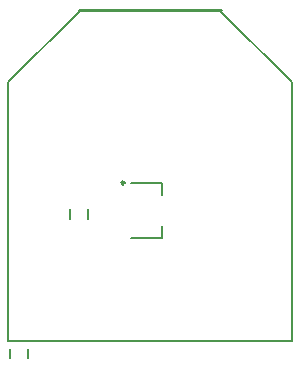
<source format=gto>
%FSLAX24Y24*%
%MOIN*%
G70*
G01*
G75*
G04 Layer_Color=65535*
%ADD10R,0.0669X0.0433*%
G04:AMPARAMS|DCode=11|XSize=74.8mil|YSize=126mil|CornerRadius=0mil|HoleSize=0mil|Usage=FLASHONLY|Rotation=90.000|XOffset=0mil|YOffset=0mil|HoleType=Round|Shape=Octagon|*
%AMOCTAGOND11*
4,1,8,-0.0630,-0.0187,-0.0630,0.0187,-0.0443,0.0374,0.0443,0.0374,0.0630,0.0187,0.0630,-0.0187,0.0443,-0.0374,-0.0443,-0.0374,-0.0630,-0.0187,0.0*
%
%ADD11OCTAGOND11*%

%ADD12R,0.0551X0.0236*%
%ADD13R,0.0709X0.0236*%
%ADD14R,0.0433X0.0551*%
%ADD15C,0.0100*%
%ADD16C,0.0150*%
%ADD17C,0.0300*%
%ADD18C,0.0250*%
%ADD19C,0.0200*%
%ADD20R,0.0591X0.0591*%
%ADD21C,0.0591*%
%ADD22C,0.0580*%
%ADD23R,0.0580X0.0580*%
%ADD24R,0.0591X0.0591*%
%ADD25C,0.0500*%
%ADD26C,0.0400*%
%ADD27R,0.0618X0.0906*%
%ADD28R,0.0276X0.0354*%
%ADD29R,0.0354X0.0276*%
%ADD30R,0.0315X0.0315*%
%ADD31O,0.0532X0.0217*%
%ADD32O,0.0217X0.0532*%
%ADD33R,0.0236X0.0551*%
%ADD34R,0.0236X0.0354*%
G04:AMPARAMS|DCode=35|XSize=70.9mil|YSize=141.7mil|CornerRadius=0mil|HoleSize=0mil|Usage=FLASHONLY|Rotation=0.000|XOffset=0mil|YOffset=0mil|HoleType=Round|Shape=Octagon|*
%AMOCTAGOND35*
4,1,8,-0.0177,0.0709,0.0177,0.0709,0.0354,0.0532,0.0354,-0.0532,0.0177,-0.0709,-0.0177,-0.0709,-0.0354,-0.0532,-0.0354,0.0532,-0.0177,0.0709,0.0*
%
%ADD35OCTAGOND35*%

%ADD36R,0.0315X0.0315*%
%ADD37C,0.0098*%
%ADD38C,0.0079*%
%ADD39C,0.0080*%
D15*
X44048Y43309D02*
X48772D01*
D37*
X45561Y37565D02*
G03*
X45561Y37565I-49J0D01*
G01*
D38*
X43745Y36363D02*
Y36677D01*
X44335Y36363D02*
Y36677D01*
X46792Y35734D02*
Y36109D01*
X45768Y35734D02*
X46792D01*
Y37171D02*
Y37546D01*
X45768D02*
X46792D01*
X41745Y31723D02*
Y32037D01*
X42335Y31723D02*
Y32037D01*
D39*
X41686Y40910D02*
X44048Y43272D01*
X41686Y32287D02*
Y40910D01*
Y32287D02*
X51134D01*
Y40910D01*
X48772Y43272D02*
X51134Y40910D01*
M02*

</source>
